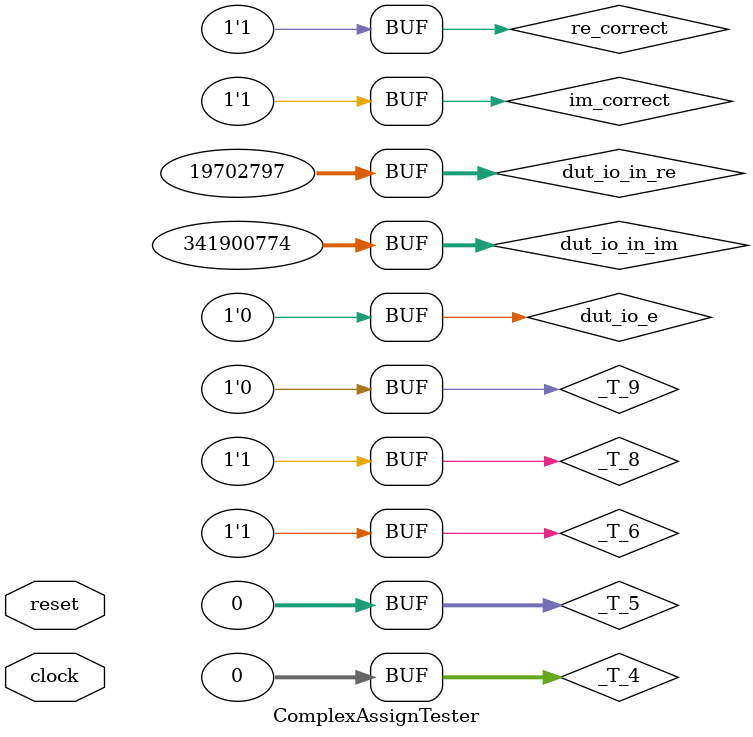
<source format=v>
module ComplexAssign(
  input         io_e,
  input  [31:0] io_in_re,
  input  [31:0] io_in_im
);
  initial begin end
endmodule
module ComplexAssignTester(
  input   clock,
  input   reset
);
  wire  dut_io_e; // @[ComplexAssign.scala 34:19]
  wire [31:0] dut_io_in_re; // @[ComplexAssign.scala 34:19]
  wire [31:0] dut_io_in_im; // @[ComplexAssign.scala 34:19]
  reg  value; // @[Counter.scala 29:33]
  reg [31:0] _RAND_0;
  wire  _T_2; // @[Counter.scala 38:22]
  wire [31:0] _T_4; // @[ComplexAssign.scala 38:41]
  wire  re_correct; // @[ComplexAssign.scala 38:34]
  wire [31:0] _T_5; // @[ComplexAssign.scala 39:41]
  wire  im_correct; // @[ComplexAssign.scala 39:34]
  wire  _T_6; // @[ComplexAssign.scala 40:21]
  wire  _T_8; // @[ComplexAssign.scala 40:9]
  wire  _T_9; // @[ComplexAssign.scala 40:9]
  wire  _T_11; // @[ComplexAssign.scala 42:9]
  ComplexAssign dut ( // @[ComplexAssign.scala 34:19]
    .io_e(dut_io_e),
    .io_in_re(dut_io_in_re),
    .io_in_im(dut_io_in_im)
  );
  assign _T_2 = value + 1'h1; // @[Counter.scala 38:22]
  assign _T_4 = dut_io_e ? dut_io_in_re : 32'h0; // @[ComplexAssign.scala 38:41]
  assign re_correct = 32'h0 == _T_4; // @[ComplexAssign.scala 38:34]
  assign _T_5 = dut_io_e ? dut_io_in_im : 32'h0; // @[ComplexAssign.scala 39:41]
  assign im_correct = 32'h0 == _T_5; // @[ComplexAssign.scala 39:34]
  assign _T_6 = re_correct & im_correct; // @[ComplexAssign.scala 40:21]
  assign _T_8 = _T_6 | reset; // @[ComplexAssign.scala 40:9]
  assign _T_9 = _T_8 == 1'h0; // @[ComplexAssign.scala 40:9]
  assign _T_11 = reset == 1'h0; // @[ComplexAssign.scala 42:9]
  assign dut_io_e = 1'h0; // @[ComplexAssign.scala 37:12]
  assign dut_io_in_re = 32'h12ca40d; // @[ComplexAssign.scala 35:16]
  assign dut_io_in_im = 32'h1460fde6; // @[ComplexAssign.scala 36:16]
`ifdef RANDOMIZE_GARBAGE_ASSIGN
`define RANDOMIZE
`endif
`ifdef RANDOMIZE_INVALID_ASSIGN
`define RANDOMIZE
`endif
`ifdef RANDOMIZE_REG_INIT
`define RANDOMIZE
`endif
`ifdef RANDOMIZE_MEM_INIT
`define RANDOMIZE
`endif
`ifndef RANDOM
`define RANDOM $random
`endif
`ifdef RANDOMIZE_MEM_INIT
  integer initvar;
`endif
initial begin
  `ifdef RANDOMIZE
    `ifdef INIT_RANDOM
      `INIT_RANDOM
    `endif
    `ifndef VERILATOR
      `ifdef RANDOMIZE_DELAY
        #`RANDOMIZE_DELAY begin end
      `else
        #0.002 begin end
      `endif
    `endif
  `ifdef RANDOMIZE_REG_INIT
  _RAND_0 = {1{`RANDOM}};
  value = _RAND_0[0:0];
  `endif // RANDOMIZE_REG_INIT
  `endif // RANDOMIZE
end
  always @(posedge clock) begin
    if (reset) begin
      value <= 1'h0;
    end else begin
      value <= _T_2;
    end
    `ifndef SYNTHESIS
    `ifdef PRINTF_COND
      if (`PRINTF_COND) begin
    `endif
        if (_T_9) begin
          $fwrite(32'h80000002,"Assertion failed\n    at ComplexAssign.scala:40 assert(re_correct && im_correct)\n"); // @[ComplexAssign.scala 40:9]
        end
    `ifdef PRINTF_COND
      end
    `endif
    `endif // SYNTHESIS
    `ifndef SYNTHESIS
    `ifdef STOP_COND
      if (`STOP_COND) begin
    `endif
        if (_T_9) begin
          $fatal; // @[ComplexAssign.scala 40:9]
        end
    `ifdef STOP_COND
      end
    `endif
    `endif // SYNTHESIS
    `ifndef SYNTHESIS
    `ifdef STOP_COND
      if (`STOP_COND) begin
    `endif
        if (value & _T_11) begin
          $finish; // @[ComplexAssign.scala 42:9]
        end
    `ifdef STOP_COND
      end
    `endif
    `endif // SYNTHESIS
  end
endmodule

</source>
